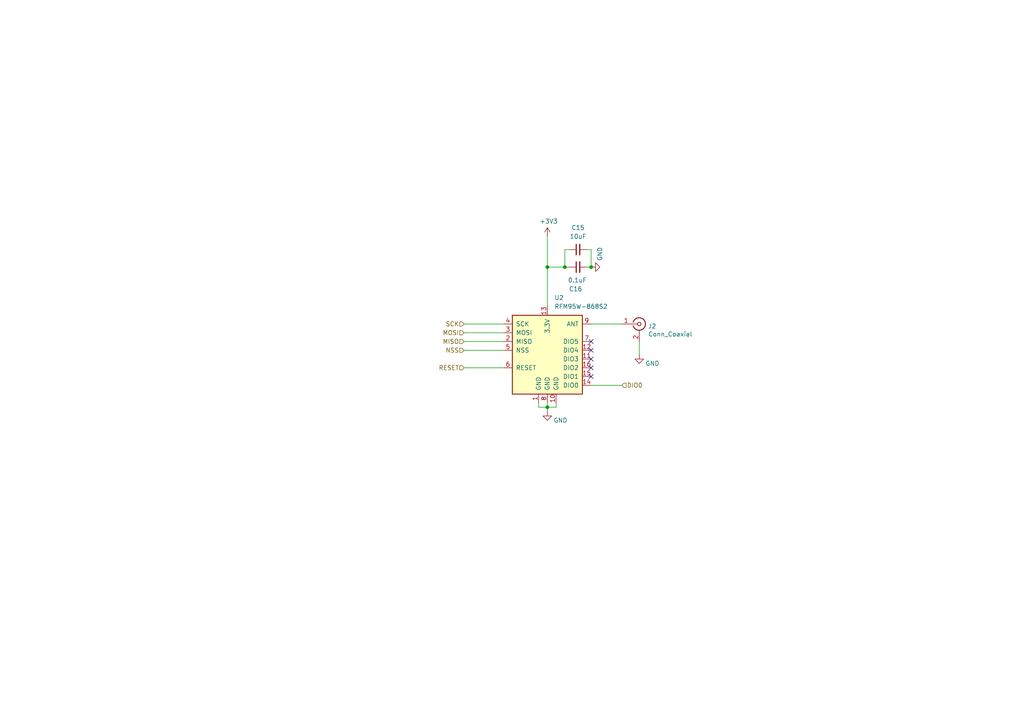
<source format=kicad_sch>
(kicad_sch (version 20211123) (generator eeschema)
  (paper "A4")
  (lib_symbols
    (symbol "Connector:Conn_Coaxial" (pin_names (offset 1.016) hide)
      (property "Reference" "J" (at 0.254 3.048 0))
      (property "Value" "Conn_Coaxial" (at 2.921 0 90))
      (symbol "Conn_Coaxial_0_1"
        (arc (start -1.778 -0.508) (mid 0.222 -1.808) (end 1.778 0) (stroke (width 0.254)))
        (polyline (pts (xy -2.54 0) (xy -0.508 0)))
        (polyline (pts (xy 0 -2.54) (xy 0 -1.778)))
        (circle (center 0 0) (radius 0.508) (stroke (width 0.2032)))
        (arc (start 1.778 0) (mid 0.222 1.8083) (end -1.778 0.508) (stroke (width 0.254)))
      )
      (symbol "Conn_Coaxial_1_1"
        (pin passive line (at -5.08 0 0) (length 2.54) (name "In") (number "1"))
        (pin passive line (at 0 -5.08 90) (length 2.54) (name "Ext") (number "2"))
      )
    )
    (symbol "Device:C_Small" (pin_numbers hide) (pin_names (offset 0.254) hide)
      (property "Reference" "C" (at 0.254 1.778 0))
      (property "Value" "C_Small" (at 0.254 -2.032 0))
      (symbol "C_Small_0_1"
        (polyline (pts (xy -1.524 -0.508) (xy 1.524 -0.508)) (stroke (width 0.3302)))
        (polyline (pts (xy -1.524 0.508) (xy 1.524 0.508)) (stroke (width 0.3048)))
      )
      (symbol "C_Small_1_1"
        (pin passive line (at 0 2.54 270) (length 2.032) (name "~") (number "1"))
        (pin passive line (at 0 -2.54 90) (length 2.032) (name "~") (number "2"))
      )
    )
    (symbol "RF_Module:RFM95W-868S2" (pin_names (offset 1.016))
      (property "Reference" "U" (at -10.414 11.684 0))
      (property "Value" "RFM95W-868S2" (at 1.524 11.43 0))
      (symbol "RFM95W-868S2_0_1"
        (rectangle (start -10.16 10.16) (end 10.16 -12.7) (stroke (width 0.254)) (fill (type background)))
      )
      (symbol "RFM95W-868S2_1_1"
        (pin power_in line (at -2.54 -15.24 90) (length 2.54) (name "GND") (number "1"))
        (pin power_in line (at 2.54 -15.24 90) (length 2.54) (name "GND") (number "10"))
        (pin bidirectional line (at 12.7 -2.54 180) (length 2.54) (name "DIO3") (number "11"))
        (pin bidirectional line (at 12.7 0 180) (length 2.54) (name "DIO4") (number "12"))
        (pin power_in line (at 0 12.7 270) (length 2.54) (name "3.3V") (number "13"))
        (pin bidirectional line (at 12.7 -10.16 180) (length 2.54) (name "DIO0") (number "14"))
        (pin bidirectional line (at 12.7 -7.62 180) (length 2.54) (name "DIO1") (number "15"))
        (pin bidirectional line (at 12.7 -5.08 180) (length 2.54) (name "DIO2") (number "16"))
        (pin output line (at -12.7 2.54 0) (length 2.54) (name "MISO") (number "2"))
        (pin input line (at -12.7 5.08 0) (length 2.54) (name "MOSI") (number "3"))
        (pin input line (at -12.7 7.62 0) (length 2.54) (name "SCK") (number "4"))
        (pin input line (at -12.7 0 0) (length 2.54) (name "NSS") (number "5"))
        (pin bidirectional line (at -12.7 -5.08 0) (length 2.54) (name "RESET") (number "6"))
        (pin bidirectional line (at 12.7 2.54 180) (length 2.54) (name "DIO5") (number "7"))
        (pin power_in line (at 0 -15.24 90) (length 2.54) (name "GND") (number "8"))
        (pin bidirectional line (at 12.7 7.62 180) (length 2.54) (name "ANT") (number "9"))
      )
    )
    (symbol "power:+3.3V" (power) (pin_names (offset 0))
      (property "Value" "+3.3V" (at 0 3.556 0))
      (symbol "+3.3V_0_1"
        (polyline (pts (xy -0.762 1.27) (xy 0 2.54)))
        (polyline (pts (xy 0 0) (xy 0 2.54)))
        (polyline (pts (xy 0 2.54) (xy 0.762 1.27)))
      )
      (symbol "+3.3V_1_1"
        (pin power_in line (at 0 0 90) (length 0) hide (name "+3V3") (number "1"))
      )
    )
    (symbol "power:GND" (power) (pin_names (offset 0))
      (property "Value" "GND" (at 0 -3.81 0))
      (symbol "GND_0_1"
        (polyline (pts (xy 0 0) (xy 0 -1.27) (xy 1.27 -1.27) (xy 0 -2.54) (xy -1.27 -1.27) (xy 0 -1.27)))
      )
      (symbol "GND_1_1"
        (pin power_in line (at 0 0 270) (length 0) hide (name "GND") (number "1"))
      )
    )
  )
  (junction (at 158.75 77.47))
  (junction (at 158.75 118.11))
  (junction (at 171.45 77.47))
  (junction (at 163.83 77.47))
  (no_connect (at 171.45 106.68))
  (no_connect (at 171.45 101.6))
  (no_connect (at 171.45 104.14))
  (no_connect (at 171.45 109.22))
  (no_connect (at 171.45 99.06))
  (wire (pts (xy 158.75 77.47) (xy 163.83 77.47)))
  (wire (pts (xy 156.21 118.11) (xy 158.75 118.11)))
  (wire (pts (xy 185.42 99.06) (xy 185.42 102.87)))
  (wire (pts (xy 134.62 96.52) (xy 146.05 96.52)))
  (wire (pts (xy 134.62 106.68) (xy 146.05 106.68)))
  (wire (pts (xy 134.62 93.98) (xy 146.05 93.98)))
  (wire (pts (xy 158.75 68.58) (xy 158.75 77.47)))
  (wire (pts (xy 158.75 116.84) (xy 158.75 118.11)))
  (wire (pts (xy 170.18 72.39) (xy 171.45 72.39)))
  (wire (pts (xy 134.62 99.06) (xy 146.05 99.06)))
  (wire (pts (xy 158.75 118.11) (xy 158.75 119.38)))
  (wire (pts (xy 161.29 116.84) (xy 161.29 118.11)))
  (wire (pts (xy 156.21 116.84) (xy 156.21 118.11)))
  (wire (pts (xy 134.62 101.6) (xy 146.05 101.6)))
  (wire (pts (xy 171.45 77.47) (xy 171.45 72.39)))
  (wire (pts (xy 170.18 77.47) (xy 171.45 77.47)))
  (wire (pts (xy 158.75 118.11) (xy 161.29 118.11)))
  (wire (pts (xy 163.83 72.39) (xy 163.83 77.47)))
  (wire (pts (xy 163.83 72.39) (xy 165.1 72.39)))
  (wire (pts (xy 171.45 93.98) (xy 180.34 93.98)))
  (wire (pts (xy 163.83 77.47) (xy 165.1 77.47)))
  (wire (pts (xy 158.75 77.47) (xy 158.75 88.9)))
  (wire (pts (xy 171.45 111.76) (xy 180.34 111.76)))
  (hierarchical_label "NSS" (shape input) (at 134.62 101.6 180))
  (hierarchical_label "MOSI" (shape input) (at 134.62 96.52 180))
  (hierarchical_label "SCK" (shape input) (at 134.62 93.98 180))
  (hierarchical_label "DIO0" (shape input) (at 180.34 111.76 0))
  (hierarchical_label "MISO" (shape input) (at 134.62 99.06 180))
  (hierarchical_label "RESET" (shape input) (at 134.62 106.68 180))
  (symbol (lib_id "RF_Module:RFM95W-868S2") (at 158.75 101.6 0) (unit 1)
    (property "Reference" "U2" (at 160.7694 86.36 0) (effects (justify left)))
    (property "Value" "RFM95W-868S2" (at 160.7694 88.9 0) (effects (justify left)))
    (property "Footprint" "RF_Module:HOPERF_RFM9XW_SMD" (effects hide))
    (property "Datasheet" "https://www.hoperf.com/data/upload/portal/20181127/5bfcbea20e9ef.pdf" (effects hide))
  )
  (symbol (lib_id "power:+3.3V") (at 158.75 68.58 0) (unit 1)
    (property "Reference" "#PWR08" (effects hide))
    (property "Value" "+3.3V" (at 159.131 64.1858 0))
  )
  (symbol (lib_id "power:GND") (at 158.75 119.38 0) (unit 1)
    (property "Reference" "#PWR013" (effects hide))
    (property "Value" "GND" (at 162.56 121.92 0))
  )
  (symbol (lib_id "Device:C_Small") (at 167.64 77.47 90) (unit 1)
    (property "Reference" "C16" (at 168.91 83.82 90) (effects (justify left)))
    (property "Value" "0.1uF" (at 170.18 81.28 90) (effects (justify left)))
    (property "Footprint" "Capacitor_SMD:C_0603_1608Metric" (effects hide))
  )
  (symbol (lib_id "Connector:Conn_Coaxial") (at 185.42 93.98 0) (unit 1)
    (property "Reference" "J2" (at 187.96 94.615 0) (effects (justify left)))
    (property "Value" "Conn_Coaxial" (at 187.96 96.9264 0) (effects (justify left)))
    (property "Footprint" "Connector_Coaxial:SMA_Molex_73251-1153_EdgeMount_Horizontal" (effects hide))
    (property "Datasheet" " ~" (effects hide))
  )
  (symbol (lib_id "power:GND") (at 171.45 77.47 90) (unit 1)
    (property "Reference" "#PWR016" (effects hide))
    (property "Value" "GND" (at 173.99 73.66 0))
  )
  (symbol (lib_id "Device:C_Small") (at 167.64 72.39 90) (unit 1)
    (property "Reference" "C15" (at 167.6463 66.04 90))
    (property "Value" "10uF" (at 167.6463 68.58 90))
    (property "Footprint" "Capacitor_SMD:C_0603_1608Metric" (effects hide))
  )
  (symbol (lib_id "power:GND") (at 185.42 102.87 0) (unit 1)
    (property "Reference" "#PWR017" (effects hide))
    (property "Value" "GND" (at 189.23 105.41 0))
  )
)
</source>
